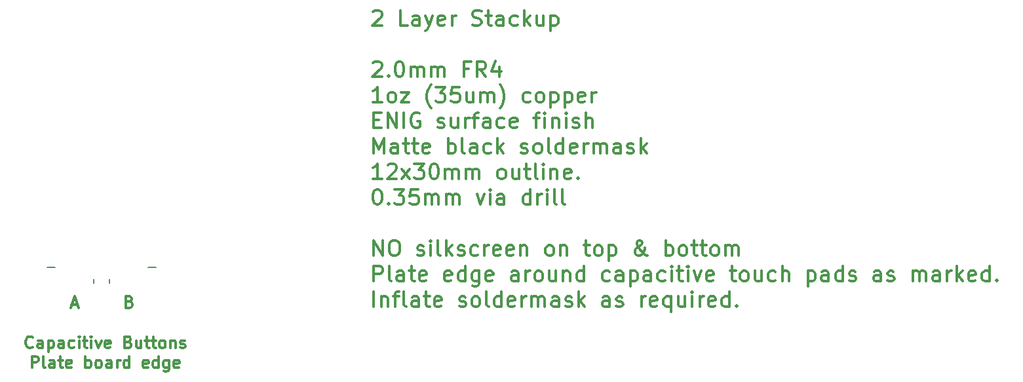
<source format=gbr>
G04 #@! TF.GenerationSoftware,KiCad,Pcbnew,(5.0.1-3-g963ef8bb5)*
G04 #@! TF.CreationDate,2018-11-23T17:34:31+10:30*
G04 #@! TF.ProjectId,electric-greetings,656C6563747269632D6772656574696E,1.0.0*
G04 #@! TF.SameCoordinates,Original*
G04 #@! TF.FileFunction,Other,Comment*
%FSLAX46Y46*%
G04 Gerber Fmt 4.6, Leading zero omitted, Abs format (unit mm)*
G04 Created by KiCad (PCBNEW (5.0.1-3-g963ef8bb5)) date Friday, 23 November 2018 at 05:34:31 pm*
%MOMM*%
%LPD*%
G01*
G04 APERTURE LIST*
%ADD10C,0.200000*%
%ADD11C,0.300000*%
G04 APERTURE END LIST*
D10*
X112000000Y-98500000D02*
X113000000Y-98500000D01*
X107000000Y-100000000D02*
X107000000Y-100500000D01*
X105000000Y-100000000D02*
X105000000Y-100500000D01*
X100000000Y-98500000D02*
X99000000Y-98500000D01*
D11*
X109607142Y-102892857D02*
X109821428Y-102964285D01*
X109892857Y-103035714D01*
X109964285Y-103178571D01*
X109964285Y-103392857D01*
X109892857Y-103535714D01*
X109821428Y-103607142D01*
X109678571Y-103678571D01*
X109107142Y-103678571D01*
X109107142Y-102178571D01*
X109607142Y-102178571D01*
X109750000Y-102250000D01*
X109821428Y-102321428D01*
X109892857Y-102464285D01*
X109892857Y-102607142D01*
X109821428Y-102750000D01*
X109750000Y-102821428D01*
X109607142Y-102892857D01*
X109107142Y-102892857D01*
X102142857Y-103250000D02*
X102857142Y-103250000D01*
X102000000Y-103678571D02*
X102500000Y-102178571D01*
X103000000Y-103678571D01*
X97107142Y-108760714D02*
X97035714Y-108832142D01*
X96821428Y-108903571D01*
X96678571Y-108903571D01*
X96464285Y-108832142D01*
X96321428Y-108689285D01*
X96250000Y-108546428D01*
X96178571Y-108260714D01*
X96178571Y-108046428D01*
X96250000Y-107760714D01*
X96321428Y-107617857D01*
X96464285Y-107475000D01*
X96678571Y-107403571D01*
X96821428Y-107403571D01*
X97035714Y-107475000D01*
X97107142Y-107546428D01*
X98392857Y-108903571D02*
X98392857Y-108117857D01*
X98321428Y-107975000D01*
X98178571Y-107903571D01*
X97892857Y-107903571D01*
X97750000Y-107975000D01*
X98392857Y-108832142D02*
X98250000Y-108903571D01*
X97892857Y-108903571D01*
X97750000Y-108832142D01*
X97678571Y-108689285D01*
X97678571Y-108546428D01*
X97750000Y-108403571D01*
X97892857Y-108332142D01*
X98250000Y-108332142D01*
X98392857Y-108260714D01*
X99107142Y-107903571D02*
X99107142Y-109403571D01*
X99107142Y-107975000D02*
X99250000Y-107903571D01*
X99535714Y-107903571D01*
X99678571Y-107975000D01*
X99750000Y-108046428D01*
X99821428Y-108189285D01*
X99821428Y-108617857D01*
X99750000Y-108760714D01*
X99678571Y-108832142D01*
X99535714Y-108903571D01*
X99250000Y-108903571D01*
X99107142Y-108832142D01*
X101107142Y-108903571D02*
X101107142Y-108117857D01*
X101035714Y-107975000D01*
X100892857Y-107903571D01*
X100607142Y-107903571D01*
X100464285Y-107975000D01*
X101107142Y-108832142D02*
X100964285Y-108903571D01*
X100607142Y-108903571D01*
X100464285Y-108832142D01*
X100392857Y-108689285D01*
X100392857Y-108546428D01*
X100464285Y-108403571D01*
X100607142Y-108332142D01*
X100964285Y-108332142D01*
X101107142Y-108260714D01*
X102464285Y-108832142D02*
X102321428Y-108903571D01*
X102035714Y-108903571D01*
X101892857Y-108832142D01*
X101821428Y-108760714D01*
X101750000Y-108617857D01*
X101750000Y-108189285D01*
X101821428Y-108046428D01*
X101892857Y-107975000D01*
X102035714Y-107903571D01*
X102321428Y-107903571D01*
X102464285Y-107975000D01*
X103107142Y-108903571D02*
X103107142Y-107903571D01*
X103107142Y-107403571D02*
X103035714Y-107475000D01*
X103107142Y-107546428D01*
X103178571Y-107475000D01*
X103107142Y-107403571D01*
X103107142Y-107546428D01*
X103607142Y-107903571D02*
X104178571Y-107903571D01*
X103821428Y-107403571D02*
X103821428Y-108689285D01*
X103892857Y-108832142D01*
X104035714Y-108903571D01*
X104178571Y-108903571D01*
X104678571Y-108903571D02*
X104678571Y-107903571D01*
X104678571Y-107403571D02*
X104607142Y-107475000D01*
X104678571Y-107546428D01*
X104750000Y-107475000D01*
X104678571Y-107403571D01*
X104678571Y-107546428D01*
X105250000Y-107903571D02*
X105607142Y-108903571D01*
X105964285Y-107903571D01*
X107107142Y-108832142D02*
X106964285Y-108903571D01*
X106678571Y-108903571D01*
X106535714Y-108832142D01*
X106464285Y-108689285D01*
X106464285Y-108117857D01*
X106535714Y-107975000D01*
X106678571Y-107903571D01*
X106964285Y-107903571D01*
X107107142Y-107975000D01*
X107178571Y-108117857D01*
X107178571Y-108260714D01*
X106464285Y-108403571D01*
X109464285Y-108117857D02*
X109678571Y-108189285D01*
X109750000Y-108260714D01*
X109821428Y-108403571D01*
X109821428Y-108617857D01*
X109750000Y-108760714D01*
X109678571Y-108832142D01*
X109535714Y-108903571D01*
X108964285Y-108903571D01*
X108964285Y-107403571D01*
X109464285Y-107403571D01*
X109607142Y-107475000D01*
X109678571Y-107546428D01*
X109750000Y-107689285D01*
X109750000Y-107832142D01*
X109678571Y-107975000D01*
X109607142Y-108046428D01*
X109464285Y-108117857D01*
X108964285Y-108117857D01*
X111107142Y-107903571D02*
X111107142Y-108903571D01*
X110464285Y-107903571D02*
X110464285Y-108689285D01*
X110535714Y-108832142D01*
X110678571Y-108903571D01*
X110892857Y-108903571D01*
X111035714Y-108832142D01*
X111107142Y-108760714D01*
X111607142Y-107903571D02*
X112178571Y-107903571D01*
X111821428Y-107403571D02*
X111821428Y-108689285D01*
X111892857Y-108832142D01*
X112035714Y-108903571D01*
X112178571Y-108903571D01*
X112464285Y-107903571D02*
X113035714Y-107903571D01*
X112678571Y-107403571D02*
X112678571Y-108689285D01*
X112750000Y-108832142D01*
X112892857Y-108903571D01*
X113035714Y-108903571D01*
X113750000Y-108903571D02*
X113607142Y-108832142D01*
X113535714Y-108760714D01*
X113464285Y-108617857D01*
X113464285Y-108189285D01*
X113535714Y-108046428D01*
X113607142Y-107975000D01*
X113750000Y-107903571D01*
X113964285Y-107903571D01*
X114107142Y-107975000D01*
X114178571Y-108046428D01*
X114250000Y-108189285D01*
X114250000Y-108617857D01*
X114178571Y-108760714D01*
X114107142Y-108832142D01*
X113964285Y-108903571D01*
X113750000Y-108903571D01*
X114892857Y-107903571D02*
X114892857Y-108903571D01*
X114892857Y-108046428D02*
X114964285Y-107975000D01*
X115107142Y-107903571D01*
X115321428Y-107903571D01*
X115464285Y-107975000D01*
X115535714Y-108117857D01*
X115535714Y-108903571D01*
X116178571Y-108832142D02*
X116321428Y-108903571D01*
X116607142Y-108903571D01*
X116750000Y-108832142D01*
X116821428Y-108689285D01*
X116821428Y-108617857D01*
X116750000Y-108475000D01*
X116607142Y-108403571D01*
X116392857Y-108403571D01*
X116250000Y-108332142D01*
X116178571Y-108189285D01*
X116178571Y-108117857D01*
X116250000Y-107975000D01*
X116392857Y-107903571D01*
X116607142Y-107903571D01*
X116750000Y-107975000D01*
X96999999Y-111453571D02*
X96999999Y-109953571D01*
X97571428Y-109953571D01*
X97714285Y-110025000D01*
X97785714Y-110096428D01*
X97857142Y-110239285D01*
X97857142Y-110453571D01*
X97785714Y-110596428D01*
X97714285Y-110667857D01*
X97571428Y-110739285D01*
X96999999Y-110739285D01*
X98714285Y-111453571D02*
X98571428Y-111382142D01*
X98499999Y-111239285D01*
X98499999Y-109953571D01*
X99928571Y-111453571D02*
X99928571Y-110667857D01*
X99857142Y-110525000D01*
X99714285Y-110453571D01*
X99428571Y-110453571D01*
X99285714Y-110525000D01*
X99928571Y-111382142D02*
X99785714Y-111453571D01*
X99428571Y-111453571D01*
X99285714Y-111382142D01*
X99214285Y-111239285D01*
X99214285Y-111096428D01*
X99285714Y-110953571D01*
X99428571Y-110882142D01*
X99785714Y-110882142D01*
X99928571Y-110810714D01*
X100428571Y-110453571D02*
X100999999Y-110453571D01*
X100642857Y-109953571D02*
X100642857Y-111239285D01*
X100714285Y-111382142D01*
X100857142Y-111453571D01*
X100999999Y-111453571D01*
X102071428Y-111382142D02*
X101928571Y-111453571D01*
X101642857Y-111453571D01*
X101499999Y-111382142D01*
X101428571Y-111239285D01*
X101428571Y-110667857D01*
X101499999Y-110525000D01*
X101642857Y-110453571D01*
X101928571Y-110453571D01*
X102071428Y-110525000D01*
X102142857Y-110667857D01*
X102142857Y-110810714D01*
X101428571Y-110953571D01*
X103928571Y-111453571D02*
X103928571Y-109953571D01*
X103928571Y-110525000D02*
X104071428Y-110453571D01*
X104357142Y-110453571D01*
X104499999Y-110525000D01*
X104571428Y-110596428D01*
X104642857Y-110739285D01*
X104642857Y-111167857D01*
X104571428Y-111310714D01*
X104499999Y-111382142D01*
X104357142Y-111453571D01*
X104071428Y-111453571D01*
X103928571Y-111382142D01*
X105499999Y-111453571D02*
X105357142Y-111382142D01*
X105285714Y-111310714D01*
X105214285Y-111167857D01*
X105214285Y-110739285D01*
X105285714Y-110596428D01*
X105357142Y-110525000D01*
X105499999Y-110453571D01*
X105714285Y-110453571D01*
X105857142Y-110525000D01*
X105928571Y-110596428D01*
X105999999Y-110739285D01*
X105999999Y-111167857D01*
X105928571Y-111310714D01*
X105857142Y-111382142D01*
X105714285Y-111453571D01*
X105499999Y-111453571D01*
X107285714Y-111453571D02*
X107285714Y-110667857D01*
X107214285Y-110525000D01*
X107071428Y-110453571D01*
X106785714Y-110453571D01*
X106642857Y-110525000D01*
X107285714Y-111382142D02*
X107142857Y-111453571D01*
X106785714Y-111453571D01*
X106642857Y-111382142D01*
X106571428Y-111239285D01*
X106571428Y-111096428D01*
X106642857Y-110953571D01*
X106785714Y-110882142D01*
X107142857Y-110882142D01*
X107285714Y-110810714D01*
X107999999Y-111453571D02*
X107999999Y-110453571D01*
X107999999Y-110739285D02*
X108071428Y-110596428D01*
X108142857Y-110525000D01*
X108285714Y-110453571D01*
X108428571Y-110453571D01*
X109571428Y-111453571D02*
X109571428Y-109953571D01*
X109571428Y-111382142D02*
X109428571Y-111453571D01*
X109142857Y-111453571D01*
X108999999Y-111382142D01*
X108928571Y-111310714D01*
X108857142Y-111167857D01*
X108857142Y-110739285D01*
X108928571Y-110596428D01*
X108999999Y-110525000D01*
X109142857Y-110453571D01*
X109428571Y-110453571D01*
X109571428Y-110525000D01*
X111999999Y-111382142D02*
X111857142Y-111453571D01*
X111571428Y-111453571D01*
X111428571Y-111382142D01*
X111357142Y-111239285D01*
X111357142Y-110667857D01*
X111428571Y-110525000D01*
X111571428Y-110453571D01*
X111857142Y-110453571D01*
X111999999Y-110525000D01*
X112071428Y-110667857D01*
X112071428Y-110810714D01*
X111357142Y-110953571D01*
X113357142Y-111453571D02*
X113357142Y-109953571D01*
X113357142Y-111382142D02*
X113214285Y-111453571D01*
X112928571Y-111453571D01*
X112785714Y-111382142D01*
X112714285Y-111310714D01*
X112642857Y-111167857D01*
X112642857Y-110739285D01*
X112714285Y-110596428D01*
X112785714Y-110525000D01*
X112928571Y-110453571D01*
X113214285Y-110453571D01*
X113357142Y-110525000D01*
X114714285Y-110453571D02*
X114714285Y-111667857D01*
X114642857Y-111810714D01*
X114571428Y-111882142D01*
X114428571Y-111953571D01*
X114214285Y-111953571D01*
X114071428Y-111882142D01*
X114714285Y-111382142D02*
X114571428Y-111453571D01*
X114285714Y-111453571D01*
X114142857Y-111382142D01*
X114071428Y-111310714D01*
X113999999Y-111167857D01*
X113999999Y-110739285D01*
X114071428Y-110596428D01*
X114142857Y-110525000D01*
X114285714Y-110453571D01*
X114571428Y-110453571D01*
X114714285Y-110525000D01*
X115999999Y-111382142D02*
X115857142Y-111453571D01*
X115571428Y-111453571D01*
X115428571Y-111382142D01*
X115357142Y-111239285D01*
X115357142Y-110667857D01*
X115428571Y-110525000D01*
X115571428Y-110453571D01*
X115857142Y-110453571D01*
X115999999Y-110525000D01*
X116071428Y-110667857D01*
X116071428Y-110810714D01*
X115357142Y-110953571D01*
X141075952Y-65445238D02*
X141171190Y-65350000D01*
X141361666Y-65254761D01*
X141837857Y-65254761D01*
X142028333Y-65350000D01*
X142123571Y-65445238D01*
X142218809Y-65635714D01*
X142218809Y-65826190D01*
X142123571Y-66111904D01*
X140980714Y-67254761D01*
X142218809Y-67254761D01*
X145552142Y-67254761D02*
X144599761Y-67254761D01*
X144599761Y-65254761D01*
X147075952Y-67254761D02*
X147075952Y-66207142D01*
X146980714Y-66016666D01*
X146790238Y-65921428D01*
X146409285Y-65921428D01*
X146218809Y-66016666D01*
X147075952Y-67159523D02*
X146885476Y-67254761D01*
X146409285Y-67254761D01*
X146218809Y-67159523D01*
X146123571Y-66969047D01*
X146123571Y-66778571D01*
X146218809Y-66588095D01*
X146409285Y-66492857D01*
X146885476Y-66492857D01*
X147075952Y-66397619D01*
X147837857Y-65921428D02*
X148314047Y-67254761D01*
X148790238Y-65921428D02*
X148314047Y-67254761D01*
X148123571Y-67730952D01*
X148028333Y-67826190D01*
X147837857Y-67921428D01*
X150314047Y-67159523D02*
X150123571Y-67254761D01*
X149742619Y-67254761D01*
X149552142Y-67159523D01*
X149456904Y-66969047D01*
X149456904Y-66207142D01*
X149552142Y-66016666D01*
X149742619Y-65921428D01*
X150123571Y-65921428D01*
X150314047Y-66016666D01*
X150409285Y-66207142D01*
X150409285Y-66397619D01*
X149456904Y-66588095D01*
X151266428Y-67254761D02*
X151266428Y-65921428D01*
X151266428Y-66302380D02*
X151361666Y-66111904D01*
X151456904Y-66016666D01*
X151647380Y-65921428D01*
X151837857Y-65921428D01*
X153933095Y-67159523D02*
X154218809Y-67254761D01*
X154695000Y-67254761D01*
X154885476Y-67159523D01*
X154980714Y-67064285D01*
X155075952Y-66873809D01*
X155075952Y-66683333D01*
X154980714Y-66492857D01*
X154885476Y-66397619D01*
X154695000Y-66302380D01*
X154314047Y-66207142D01*
X154123571Y-66111904D01*
X154028333Y-66016666D01*
X153933095Y-65826190D01*
X153933095Y-65635714D01*
X154028333Y-65445238D01*
X154123571Y-65350000D01*
X154314047Y-65254761D01*
X154790238Y-65254761D01*
X155075952Y-65350000D01*
X155647380Y-65921428D02*
X156409285Y-65921428D01*
X155933095Y-65254761D02*
X155933095Y-66969047D01*
X156028333Y-67159523D01*
X156218809Y-67254761D01*
X156409285Y-67254761D01*
X157933095Y-67254761D02*
X157933095Y-66207142D01*
X157837857Y-66016666D01*
X157647380Y-65921428D01*
X157266428Y-65921428D01*
X157075952Y-66016666D01*
X157933095Y-67159523D02*
X157742619Y-67254761D01*
X157266428Y-67254761D01*
X157075952Y-67159523D01*
X156980714Y-66969047D01*
X156980714Y-66778571D01*
X157075952Y-66588095D01*
X157266428Y-66492857D01*
X157742619Y-66492857D01*
X157933095Y-66397619D01*
X159742619Y-67159523D02*
X159552142Y-67254761D01*
X159171190Y-67254761D01*
X158980714Y-67159523D01*
X158885476Y-67064285D01*
X158790238Y-66873809D01*
X158790238Y-66302380D01*
X158885476Y-66111904D01*
X158980714Y-66016666D01*
X159171190Y-65921428D01*
X159552142Y-65921428D01*
X159742619Y-66016666D01*
X160599761Y-67254761D02*
X160599761Y-65254761D01*
X160790238Y-66492857D02*
X161361666Y-67254761D01*
X161361666Y-65921428D02*
X160599761Y-66683333D01*
X163075952Y-65921428D02*
X163075952Y-67254761D01*
X162218809Y-65921428D02*
X162218809Y-66969047D01*
X162314047Y-67159523D01*
X162504523Y-67254761D01*
X162790238Y-67254761D01*
X162980714Y-67159523D01*
X163075952Y-67064285D01*
X164028333Y-65921428D02*
X164028333Y-67921428D01*
X164028333Y-66016666D02*
X164218809Y-65921428D01*
X164599761Y-65921428D01*
X164790238Y-66016666D01*
X164885476Y-66111904D01*
X164980714Y-66302380D01*
X164980714Y-66873809D01*
X164885476Y-67064285D01*
X164790238Y-67159523D01*
X164599761Y-67254761D01*
X164218809Y-67254761D01*
X164028333Y-67159523D01*
X141075952Y-72045238D02*
X141171190Y-71950000D01*
X141361666Y-71854761D01*
X141837857Y-71854761D01*
X142028333Y-71950000D01*
X142123571Y-72045238D01*
X142218809Y-72235714D01*
X142218809Y-72426190D01*
X142123571Y-72711904D01*
X140980714Y-73854761D01*
X142218809Y-73854761D01*
X143075952Y-73664285D02*
X143171190Y-73759523D01*
X143075952Y-73854761D01*
X142980714Y-73759523D01*
X143075952Y-73664285D01*
X143075952Y-73854761D01*
X144409285Y-71854761D02*
X144599761Y-71854761D01*
X144790238Y-71950000D01*
X144885476Y-72045238D01*
X144980714Y-72235714D01*
X145075952Y-72616666D01*
X145075952Y-73092857D01*
X144980714Y-73473809D01*
X144885476Y-73664285D01*
X144790238Y-73759523D01*
X144599761Y-73854761D01*
X144409285Y-73854761D01*
X144218809Y-73759523D01*
X144123571Y-73664285D01*
X144028333Y-73473809D01*
X143933095Y-73092857D01*
X143933095Y-72616666D01*
X144028333Y-72235714D01*
X144123571Y-72045238D01*
X144218809Y-71950000D01*
X144409285Y-71854761D01*
X145933095Y-73854761D02*
X145933095Y-72521428D01*
X145933095Y-72711904D02*
X146028333Y-72616666D01*
X146218809Y-72521428D01*
X146504523Y-72521428D01*
X146695000Y-72616666D01*
X146790238Y-72807142D01*
X146790238Y-73854761D01*
X146790238Y-72807142D02*
X146885476Y-72616666D01*
X147075952Y-72521428D01*
X147361666Y-72521428D01*
X147552142Y-72616666D01*
X147647380Y-72807142D01*
X147647380Y-73854761D01*
X148599761Y-73854761D02*
X148599761Y-72521428D01*
X148599761Y-72711904D02*
X148695000Y-72616666D01*
X148885476Y-72521428D01*
X149171190Y-72521428D01*
X149361666Y-72616666D01*
X149456904Y-72807142D01*
X149456904Y-73854761D01*
X149456904Y-72807142D02*
X149552142Y-72616666D01*
X149742619Y-72521428D01*
X150028333Y-72521428D01*
X150218809Y-72616666D01*
X150314047Y-72807142D01*
X150314047Y-73854761D01*
X153456904Y-72807142D02*
X152790238Y-72807142D01*
X152790238Y-73854761D02*
X152790238Y-71854761D01*
X153742619Y-71854761D01*
X155647380Y-73854761D02*
X154980714Y-72902380D01*
X154504523Y-73854761D02*
X154504523Y-71854761D01*
X155266428Y-71854761D01*
X155456904Y-71950000D01*
X155552142Y-72045238D01*
X155647380Y-72235714D01*
X155647380Y-72521428D01*
X155552142Y-72711904D01*
X155456904Y-72807142D01*
X155266428Y-72902380D01*
X154504523Y-72902380D01*
X157361666Y-72521428D02*
X157361666Y-73854761D01*
X156885476Y-71759523D02*
X156409285Y-73188095D01*
X157647380Y-73188095D01*
X142218809Y-77154761D02*
X141075952Y-77154761D01*
X141647380Y-77154761D02*
X141647380Y-75154761D01*
X141456904Y-75440476D01*
X141266428Y-75630952D01*
X141075952Y-75726190D01*
X143361666Y-77154761D02*
X143171190Y-77059523D01*
X143075952Y-76964285D01*
X142980714Y-76773809D01*
X142980714Y-76202380D01*
X143075952Y-76011904D01*
X143171190Y-75916666D01*
X143361666Y-75821428D01*
X143647380Y-75821428D01*
X143837857Y-75916666D01*
X143933095Y-76011904D01*
X144028333Y-76202380D01*
X144028333Y-76773809D01*
X143933095Y-76964285D01*
X143837857Y-77059523D01*
X143647380Y-77154761D01*
X143361666Y-77154761D01*
X144695000Y-75821428D02*
X145742619Y-75821428D01*
X144695000Y-77154761D01*
X145742619Y-77154761D01*
X148599761Y-77916666D02*
X148504523Y-77821428D01*
X148314047Y-77535714D01*
X148218809Y-77345238D01*
X148123571Y-77059523D01*
X148028333Y-76583333D01*
X148028333Y-76202380D01*
X148123571Y-75726190D01*
X148218809Y-75440476D01*
X148314047Y-75250000D01*
X148504523Y-74964285D01*
X148599761Y-74869047D01*
X149171190Y-75154761D02*
X150409285Y-75154761D01*
X149742619Y-75916666D01*
X150028333Y-75916666D01*
X150218809Y-76011904D01*
X150314047Y-76107142D01*
X150409285Y-76297619D01*
X150409285Y-76773809D01*
X150314047Y-76964285D01*
X150218809Y-77059523D01*
X150028333Y-77154761D01*
X149456904Y-77154761D01*
X149266428Y-77059523D01*
X149171190Y-76964285D01*
X152218809Y-75154761D02*
X151266428Y-75154761D01*
X151171190Y-76107142D01*
X151266428Y-76011904D01*
X151456904Y-75916666D01*
X151933095Y-75916666D01*
X152123571Y-76011904D01*
X152218809Y-76107142D01*
X152314047Y-76297619D01*
X152314047Y-76773809D01*
X152218809Y-76964285D01*
X152123571Y-77059523D01*
X151933095Y-77154761D01*
X151456904Y-77154761D01*
X151266428Y-77059523D01*
X151171190Y-76964285D01*
X154028333Y-75821428D02*
X154028333Y-77154761D01*
X153171190Y-75821428D02*
X153171190Y-76869047D01*
X153266428Y-77059523D01*
X153456904Y-77154761D01*
X153742619Y-77154761D01*
X153933095Y-77059523D01*
X154028333Y-76964285D01*
X154980714Y-77154761D02*
X154980714Y-75821428D01*
X154980714Y-76011904D02*
X155075952Y-75916666D01*
X155266428Y-75821428D01*
X155552142Y-75821428D01*
X155742619Y-75916666D01*
X155837857Y-76107142D01*
X155837857Y-77154761D01*
X155837857Y-76107142D02*
X155933095Y-75916666D01*
X156123571Y-75821428D01*
X156409285Y-75821428D01*
X156599761Y-75916666D01*
X156695000Y-76107142D01*
X156695000Y-77154761D01*
X157456904Y-77916666D02*
X157552142Y-77821428D01*
X157742619Y-77535714D01*
X157837857Y-77345238D01*
X157933095Y-77059523D01*
X158028333Y-76583333D01*
X158028333Y-76202380D01*
X157933095Y-75726190D01*
X157837857Y-75440476D01*
X157742619Y-75250000D01*
X157552142Y-74964285D01*
X157456904Y-74869047D01*
X161361666Y-77059523D02*
X161171190Y-77154761D01*
X160790238Y-77154761D01*
X160599761Y-77059523D01*
X160504523Y-76964285D01*
X160409285Y-76773809D01*
X160409285Y-76202380D01*
X160504523Y-76011904D01*
X160599761Y-75916666D01*
X160790238Y-75821428D01*
X161171190Y-75821428D01*
X161361666Y-75916666D01*
X162504523Y-77154761D02*
X162314047Y-77059523D01*
X162218809Y-76964285D01*
X162123571Y-76773809D01*
X162123571Y-76202380D01*
X162218809Y-76011904D01*
X162314047Y-75916666D01*
X162504523Y-75821428D01*
X162790238Y-75821428D01*
X162980714Y-75916666D01*
X163075952Y-76011904D01*
X163171190Y-76202380D01*
X163171190Y-76773809D01*
X163075952Y-76964285D01*
X162980714Y-77059523D01*
X162790238Y-77154761D01*
X162504523Y-77154761D01*
X164028333Y-75821428D02*
X164028333Y-77821428D01*
X164028333Y-75916666D02*
X164218809Y-75821428D01*
X164599761Y-75821428D01*
X164790238Y-75916666D01*
X164885476Y-76011904D01*
X164980714Y-76202380D01*
X164980714Y-76773809D01*
X164885476Y-76964285D01*
X164790238Y-77059523D01*
X164599761Y-77154761D01*
X164218809Y-77154761D01*
X164028333Y-77059523D01*
X165837857Y-75821428D02*
X165837857Y-77821428D01*
X165837857Y-75916666D02*
X166028333Y-75821428D01*
X166409285Y-75821428D01*
X166599761Y-75916666D01*
X166695000Y-76011904D01*
X166790238Y-76202380D01*
X166790238Y-76773809D01*
X166695000Y-76964285D01*
X166599761Y-77059523D01*
X166409285Y-77154761D01*
X166028333Y-77154761D01*
X165837857Y-77059523D01*
X168409285Y-77059523D02*
X168218809Y-77154761D01*
X167837857Y-77154761D01*
X167647380Y-77059523D01*
X167552142Y-76869047D01*
X167552142Y-76107142D01*
X167647380Y-75916666D01*
X167837857Y-75821428D01*
X168218809Y-75821428D01*
X168409285Y-75916666D01*
X168504523Y-76107142D01*
X168504523Y-76297619D01*
X167552142Y-76488095D01*
X169361666Y-77154761D02*
X169361666Y-75821428D01*
X169361666Y-76202380D02*
X169456904Y-76011904D01*
X169552142Y-75916666D01*
X169742619Y-75821428D01*
X169933095Y-75821428D01*
X141171190Y-79407142D02*
X141837857Y-79407142D01*
X142123571Y-80454761D02*
X141171190Y-80454761D01*
X141171190Y-78454761D01*
X142123571Y-78454761D01*
X142980714Y-80454761D02*
X142980714Y-78454761D01*
X144123571Y-80454761D01*
X144123571Y-78454761D01*
X145075952Y-80454761D02*
X145075952Y-78454761D01*
X147075952Y-78550000D02*
X146885476Y-78454761D01*
X146599761Y-78454761D01*
X146314047Y-78550000D01*
X146123571Y-78740476D01*
X146028333Y-78930952D01*
X145933095Y-79311904D01*
X145933095Y-79597619D01*
X146028333Y-79978571D01*
X146123571Y-80169047D01*
X146314047Y-80359523D01*
X146599761Y-80454761D01*
X146790238Y-80454761D01*
X147075952Y-80359523D01*
X147171190Y-80264285D01*
X147171190Y-79597619D01*
X146790238Y-79597619D01*
X149456904Y-80359523D02*
X149647380Y-80454761D01*
X150028333Y-80454761D01*
X150218809Y-80359523D01*
X150314047Y-80169047D01*
X150314047Y-80073809D01*
X150218809Y-79883333D01*
X150028333Y-79788095D01*
X149742619Y-79788095D01*
X149552142Y-79692857D01*
X149456904Y-79502380D01*
X149456904Y-79407142D01*
X149552142Y-79216666D01*
X149742619Y-79121428D01*
X150028333Y-79121428D01*
X150218809Y-79216666D01*
X152028333Y-79121428D02*
X152028333Y-80454761D01*
X151171190Y-79121428D02*
X151171190Y-80169047D01*
X151266428Y-80359523D01*
X151456904Y-80454761D01*
X151742619Y-80454761D01*
X151933095Y-80359523D01*
X152028333Y-80264285D01*
X152980714Y-80454761D02*
X152980714Y-79121428D01*
X152980714Y-79502380D02*
X153075952Y-79311904D01*
X153171190Y-79216666D01*
X153361666Y-79121428D01*
X153552142Y-79121428D01*
X153933095Y-79121428D02*
X154695000Y-79121428D01*
X154218809Y-80454761D02*
X154218809Y-78740476D01*
X154314047Y-78550000D01*
X154504523Y-78454761D01*
X154695000Y-78454761D01*
X156218809Y-80454761D02*
X156218809Y-79407142D01*
X156123571Y-79216666D01*
X155933095Y-79121428D01*
X155552142Y-79121428D01*
X155361666Y-79216666D01*
X156218809Y-80359523D02*
X156028333Y-80454761D01*
X155552142Y-80454761D01*
X155361666Y-80359523D01*
X155266428Y-80169047D01*
X155266428Y-79978571D01*
X155361666Y-79788095D01*
X155552142Y-79692857D01*
X156028333Y-79692857D01*
X156218809Y-79597619D01*
X158028333Y-80359523D02*
X157837857Y-80454761D01*
X157456904Y-80454761D01*
X157266428Y-80359523D01*
X157171190Y-80264285D01*
X157075952Y-80073809D01*
X157075952Y-79502380D01*
X157171190Y-79311904D01*
X157266428Y-79216666D01*
X157456904Y-79121428D01*
X157837857Y-79121428D01*
X158028333Y-79216666D01*
X159647380Y-80359523D02*
X159456904Y-80454761D01*
X159075952Y-80454761D01*
X158885476Y-80359523D01*
X158790238Y-80169047D01*
X158790238Y-79407142D01*
X158885476Y-79216666D01*
X159075952Y-79121428D01*
X159456904Y-79121428D01*
X159647380Y-79216666D01*
X159742619Y-79407142D01*
X159742619Y-79597619D01*
X158790238Y-79788095D01*
X161837857Y-79121428D02*
X162599761Y-79121428D01*
X162123571Y-80454761D02*
X162123571Y-78740476D01*
X162218809Y-78550000D01*
X162409285Y-78454761D01*
X162599761Y-78454761D01*
X163266428Y-80454761D02*
X163266428Y-79121428D01*
X163266428Y-78454761D02*
X163171190Y-78550000D01*
X163266428Y-78645238D01*
X163361666Y-78550000D01*
X163266428Y-78454761D01*
X163266428Y-78645238D01*
X164218809Y-79121428D02*
X164218809Y-80454761D01*
X164218809Y-79311904D02*
X164314047Y-79216666D01*
X164504523Y-79121428D01*
X164790238Y-79121428D01*
X164980714Y-79216666D01*
X165075952Y-79407142D01*
X165075952Y-80454761D01*
X166028333Y-80454761D02*
X166028333Y-79121428D01*
X166028333Y-78454761D02*
X165933095Y-78550000D01*
X166028333Y-78645238D01*
X166123571Y-78550000D01*
X166028333Y-78454761D01*
X166028333Y-78645238D01*
X166885476Y-80359523D02*
X167075952Y-80454761D01*
X167456904Y-80454761D01*
X167647380Y-80359523D01*
X167742619Y-80169047D01*
X167742619Y-80073809D01*
X167647380Y-79883333D01*
X167456904Y-79788095D01*
X167171190Y-79788095D01*
X166980714Y-79692857D01*
X166885476Y-79502380D01*
X166885476Y-79407142D01*
X166980714Y-79216666D01*
X167171190Y-79121428D01*
X167456904Y-79121428D01*
X167647380Y-79216666D01*
X168599761Y-80454761D02*
X168599761Y-78454761D01*
X169456904Y-80454761D02*
X169456904Y-79407142D01*
X169361666Y-79216666D01*
X169171190Y-79121428D01*
X168885476Y-79121428D01*
X168695000Y-79216666D01*
X168599761Y-79311904D01*
X141171190Y-83754761D02*
X141171190Y-81754761D01*
X141837857Y-83183333D01*
X142504523Y-81754761D01*
X142504523Y-83754761D01*
X144314047Y-83754761D02*
X144314047Y-82707142D01*
X144218809Y-82516666D01*
X144028333Y-82421428D01*
X143647380Y-82421428D01*
X143456904Y-82516666D01*
X144314047Y-83659523D02*
X144123571Y-83754761D01*
X143647380Y-83754761D01*
X143456904Y-83659523D01*
X143361666Y-83469047D01*
X143361666Y-83278571D01*
X143456904Y-83088095D01*
X143647380Y-82992857D01*
X144123571Y-82992857D01*
X144314047Y-82897619D01*
X144980714Y-82421428D02*
X145742619Y-82421428D01*
X145266428Y-81754761D02*
X145266428Y-83469047D01*
X145361666Y-83659523D01*
X145552142Y-83754761D01*
X145742619Y-83754761D01*
X146123571Y-82421428D02*
X146885476Y-82421428D01*
X146409285Y-81754761D02*
X146409285Y-83469047D01*
X146504523Y-83659523D01*
X146695000Y-83754761D01*
X146885476Y-83754761D01*
X148314047Y-83659523D02*
X148123571Y-83754761D01*
X147742619Y-83754761D01*
X147552142Y-83659523D01*
X147456904Y-83469047D01*
X147456904Y-82707142D01*
X147552142Y-82516666D01*
X147742619Y-82421428D01*
X148123571Y-82421428D01*
X148314047Y-82516666D01*
X148409285Y-82707142D01*
X148409285Y-82897619D01*
X147456904Y-83088095D01*
X150790238Y-83754761D02*
X150790238Y-81754761D01*
X150790238Y-82516666D02*
X150980714Y-82421428D01*
X151361666Y-82421428D01*
X151552142Y-82516666D01*
X151647380Y-82611904D01*
X151742619Y-82802380D01*
X151742619Y-83373809D01*
X151647380Y-83564285D01*
X151552142Y-83659523D01*
X151361666Y-83754761D01*
X150980714Y-83754761D01*
X150790238Y-83659523D01*
X152885476Y-83754761D02*
X152695000Y-83659523D01*
X152599761Y-83469047D01*
X152599761Y-81754761D01*
X154504523Y-83754761D02*
X154504523Y-82707142D01*
X154409285Y-82516666D01*
X154218809Y-82421428D01*
X153837857Y-82421428D01*
X153647380Y-82516666D01*
X154504523Y-83659523D02*
X154314047Y-83754761D01*
X153837857Y-83754761D01*
X153647380Y-83659523D01*
X153552142Y-83469047D01*
X153552142Y-83278571D01*
X153647380Y-83088095D01*
X153837857Y-82992857D01*
X154314047Y-82992857D01*
X154504523Y-82897619D01*
X156314047Y-83659523D02*
X156123571Y-83754761D01*
X155742619Y-83754761D01*
X155552142Y-83659523D01*
X155456904Y-83564285D01*
X155361666Y-83373809D01*
X155361666Y-82802380D01*
X155456904Y-82611904D01*
X155552142Y-82516666D01*
X155742619Y-82421428D01*
X156123571Y-82421428D01*
X156314047Y-82516666D01*
X157171190Y-83754761D02*
X157171190Y-81754761D01*
X157361666Y-82992857D02*
X157933095Y-83754761D01*
X157933095Y-82421428D02*
X157171190Y-83183333D01*
X160218809Y-83659523D02*
X160409285Y-83754761D01*
X160790238Y-83754761D01*
X160980714Y-83659523D01*
X161075952Y-83469047D01*
X161075952Y-83373809D01*
X160980714Y-83183333D01*
X160790238Y-83088095D01*
X160504523Y-83088095D01*
X160314047Y-82992857D01*
X160218809Y-82802380D01*
X160218809Y-82707142D01*
X160314047Y-82516666D01*
X160504523Y-82421428D01*
X160790238Y-82421428D01*
X160980714Y-82516666D01*
X162218809Y-83754761D02*
X162028333Y-83659523D01*
X161933095Y-83564285D01*
X161837857Y-83373809D01*
X161837857Y-82802380D01*
X161933095Y-82611904D01*
X162028333Y-82516666D01*
X162218809Y-82421428D01*
X162504523Y-82421428D01*
X162695000Y-82516666D01*
X162790238Y-82611904D01*
X162885476Y-82802380D01*
X162885476Y-83373809D01*
X162790238Y-83564285D01*
X162695000Y-83659523D01*
X162504523Y-83754761D01*
X162218809Y-83754761D01*
X164028333Y-83754761D02*
X163837857Y-83659523D01*
X163742619Y-83469047D01*
X163742619Y-81754761D01*
X165647380Y-83754761D02*
X165647380Y-81754761D01*
X165647380Y-83659523D02*
X165456904Y-83754761D01*
X165075952Y-83754761D01*
X164885476Y-83659523D01*
X164790238Y-83564285D01*
X164695000Y-83373809D01*
X164695000Y-82802380D01*
X164790238Y-82611904D01*
X164885476Y-82516666D01*
X165075952Y-82421428D01*
X165456904Y-82421428D01*
X165647380Y-82516666D01*
X167361666Y-83659523D02*
X167171190Y-83754761D01*
X166790238Y-83754761D01*
X166599761Y-83659523D01*
X166504523Y-83469047D01*
X166504523Y-82707142D01*
X166599761Y-82516666D01*
X166790238Y-82421428D01*
X167171190Y-82421428D01*
X167361666Y-82516666D01*
X167456904Y-82707142D01*
X167456904Y-82897619D01*
X166504523Y-83088095D01*
X168314047Y-83754761D02*
X168314047Y-82421428D01*
X168314047Y-82802380D02*
X168409285Y-82611904D01*
X168504523Y-82516666D01*
X168695000Y-82421428D01*
X168885476Y-82421428D01*
X169552142Y-83754761D02*
X169552142Y-82421428D01*
X169552142Y-82611904D02*
X169647380Y-82516666D01*
X169837857Y-82421428D01*
X170123571Y-82421428D01*
X170314047Y-82516666D01*
X170409285Y-82707142D01*
X170409285Y-83754761D01*
X170409285Y-82707142D02*
X170504523Y-82516666D01*
X170695000Y-82421428D01*
X170980714Y-82421428D01*
X171171190Y-82516666D01*
X171266428Y-82707142D01*
X171266428Y-83754761D01*
X173075952Y-83754761D02*
X173075952Y-82707142D01*
X172980714Y-82516666D01*
X172790238Y-82421428D01*
X172409285Y-82421428D01*
X172218809Y-82516666D01*
X173075952Y-83659523D02*
X172885476Y-83754761D01*
X172409285Y-83754761D01*
X172218809Y-83659523D01*
X172123571Y-83469047D01*
X172123571Y-83278571D01*
X172218809Y-83088095D01*
X172409285Y-82992857D01*
X172885476Y-82992857D01*
X173075952Y-82897619D01*
X173933095Y-83659523D02*
X174123571Y-83754761D01*
X174504523Y-83754761D01*
X174695000Y-83659523D01*
X174790238Y-83469047D01*
X174790238Y-83373809D01*
X174695000Y-83183333D01*
X174504523Y-83088095D01*
X174218809Y-83088095D01*
X174028333Y-82992857D01*
X173933095Y-82802380D01*
X173933095Y-82707142D01*
X174028333Y-82516666D01*
X174218809Y-82421428D01*
X174504523Y-82421428D01*
X174695000Y-82516666D01*
X175647380Y-83754761D02*
X175647380Y-81754761D01*
X175837857Y-82992857D02*
X176409285Y-83754761D01*
X176409285Y-82421428D02*
X175647380Y-83183333D01*
X142218809Y-87054761D02*
X141075952Y-87054761D01*
X141647380Y-87054761D02*
X141647380Y-85054761D01*
X141456904Y-85340476D01*
X141266428Y-85530952D01*
X141075952Y-85626190D01*
X142980714Y-85245238D02*
X143075952Y-85150000D01*
X143266428Y-85054761D01*
X143742619Y-85054761D01*
X143933095Y-85150000D01*
X144028333Y-85245238D01*
X144123571Y-85435714D01*
X144123571Y-85626190D01*
X144028333Y-85911904D01*
X142885476Y-87054761D01*
X144123571Y-87054761D01*
X144790238Y-87054761D02*
X145837857Y-85721428D01*
X144790238Y-85721428D02*
X145837857Y-87054761D01*
X146409285Y-85054761D02*
X147647380Y-85054761D01*
X146980714Y-85816666D01*
X147266428Y-85816666D01*
X147456904Y-85911904D01*
X147552142Y-86007142D01*
X147647380Y-86197619D01*
X147647380Y-86673809D01*
X147552142Y-86864285D01*
X147456904Y-86959523D01*
X147266428Y-87054761D01*
X146695000Y-87054761D01*
X146504523Y-86959523D01*
X146409285Y-86864285D01*
X148885476Y-85054761D02*
X149075952Y-85054761D01*
X149266428Y-85150000D01*
X149361666Y-85245238D01*
X149456904Y-85435714D01*
X149552142Y-85816666D01*
X149552142Y-86292857D01*
X149456904Y-86673809D01*
X149361666Y-86864285D01*
X149266428Y-86959523D01*
X149075952Y-87054761D01*
X148885476Y-87054761D01*
X148695000Y-86959523D01*
X148599761Y-86864285D01*
X148504523Y-86673809D01*
X148409285Y-86292857D01*
X148409285Y-85816666D01*
X148504523Y-85435714D01*
X148599761Y-85245238D01*
X148695000Y-85150000D01*
X148885476Y-85054761D01*
X150409285Y-87054761D02*
X150409285Y-85721428D01*
X150409285Y-85911904D02*
X150504523Y-85816666D01*
X150695000Y-85721428D01*
X150980714Y-85721428D01*
X151171190Y-85816666D01*
X151266428Y-86007142D01*
X151266428Y-87054761D01*
X151266428Y-86007142D02*
X151361666Y-85816666D01*
X151552142Y-85721428D01*
X151837857Y-85721428D01*
X152028333Y-85816666D01*
X152123571Y-86007142D01*
X152123571Y-87054761D01*
X153075952Y-87054761D02*
X153075952Y-85721428D01*
X153075952Y-85911904D02*
X153171190Y-85816666D01*
X153361666Y-85721428D01*
X153647380Y-85721428D01*
X153837857Y-85816666D01*
X153933095Y-86007142D01*
X153933095Y-87054761D01*
X153933095Y-86007142D02*
X154028333Y-85816666D01*
X154218809Y-85721428D01*
X154504523Y-85721428D01*
X154695000Y-85816666D01*
X154790238Y-86007142D01*
X154790238Y-87054761D01*
X157552142Y-87054761D02*
X157361666Y-86959523D01*
X157266428Y-86864285D01*
X157171190Y-86673809D01*
X157171190Y-86102380D01*
X157266428Y-85911904D01*
X157361666Y-85816666D01*
X157552142Y-85721428D01*
X157837857Y-85721428D01*
X158028333Y-85816666D01*
X158123571Y-85911904D01*
X158218809Y-86102380D01*
X158218809Y-86673809D01*
X158123571Y-86864285D01*
X158028333Y-86959523D01*
X157837857Y-87054761D01*
X157552142Y-87054761D01*
X159933095Y-85721428D02*
X159933095Y-87054761D01*
X159075952Y-85721428D02*
X159075952Y-86769047D01*
X159171190Y-86959523D01*
X159361666Y-87054761D01*
X159647380Y-87054761D01*
X159837857Y-86959523D01*
X159933095Y-86864285D01*
X160599761Y-85721428D02*
X161361666Y-85721428D01*
X160885476Y-85054761D02*
X160885476Y-86769047D01*
X160980714Y-86959523D01*
X161171190Y-87054761D01*
X161361666Y-87054761D01*
X162314047Y-87054761D02*
X162123571Y-86959523D01*
X162028333Y-86769047D01*
X162028333Y-85054761D01*
X163075952Y-87054761D02*
X163075952Y-85721428D01*
X163075952Y-85054761D02*
X162980714Y-85150000D01*
X163075952Y-85245238D01*
X163171190Y-85150000D01*
X163075952Y-85054761D01*
X163075952Y-85245238D01*
X164028333Y-85721428D02*
X164028333Y-87054761D01*
X164028333Y-85911904D02*
X164123571Y-85816666D01*
X164314047Y-85721428D01*
X164599761Y-85721428D01*
X164790238Y-85816666D01*
X164885476Y-86007142D01*
X164885476Y-87054761D01*
X166599761Y-86959523D02*
X166409285Y-87054761D01*
X166028333Y-87054761D01*
X165837857Y-86959523D01*
X165742619Y-86769047D01*
X165742619Y-86007142D01*
X165837857Y-85816666D01*
X166028333Y-85721428D01*
X166409285Y-85721428D01*
X166599761Y-85816666D01*
X166695000Y-86007142D01*
X166695000Y-86197619D01*
X165742619Y-86388095D01*
X167552142Y-86864285D02*
X167647380Y-86959523D01*
X167552142Y-87054761D01*
X167456904Y-86959523D01*
X167552142Y-86864285D01*
X167552142Y-87054761D01*
X141552142Y-88354761D02*
X141742619Y-88354761D01*
X141933095Y-88450000D01*
X142028333Y-88545238D01*
X142123571Y-88735714D01*
X142218809Y-89116666D01*
X142218809Y-89592857D01*
X142123571Y-89973809D01*
X142028333Y-90164285D01*
X141933095Y-90259523D01*
X141742619Y-90354761D01*
X141552142Y-90354761D01*
X141361666Y-90259523D01*
X141266428Y-90164285D01*
X141171190Y-89973809D01*
X141075952Y-89592857D01*
X141075952Y-89116666D01*
X141171190Y-88735714D01*
X141266428Y-88545238D01*
X141361666Y-88450000D01*
X141552142Y-88354761D01*
X143075952Y-90164285D02*
X143171190Y-90259523D01*
X143075952Y-90354761D01*
X142980714Y-90259523D01*
X143075952Y-90164285D01*
X143075952Y-90354761D01*
X143837857Y-88354761D02*
X145075952Y-88354761D01*
X144409285Y-89116666D01*
X144695000Y-89116666D01*
X144885476Y-89211904D01*
X144980714Y-89307142D01*
X145075952Y-89497619D01*
X145075952Y-89973809D01*
X144980714Y-90164285D01*
X144885476Y-90259523D01*
X144695000Y-90354761D01*
X144123571Y-90354761D01*
X143933095Y-90259523D01*
X143837857Y-90164285D01*
X146885476Y-88354761D02*
X145933095Y-88354761D01*
X145837857Y-89307142D01*
X145933095Y-89211904D01*
X146123571Y-89116666D01*
X146599761Y-89116666D01*
X146790238Y-89211904D01*
X146885476Y-89307142D01*
X146980714Y-89497619D01*
X146980714Y-89973809D01*
X146885476Y-90164285D01*
X146790238Y-90259523D01*
X146599761Y-90354761D01*
X146123571Y-90354761D01*
X145933095Y-90259523D01*
X145837857Y-90164285D01*
X147837857Y-90354761D02*
X147837857Y-89021428D01*
X147837857Y-89211904D02*
X147933095Y-89116666D01*
X148123571Y-89021428D01*
X148409285Y-89021428D01*
X148599761Y-89116666D01*
X148695000Y-89307142D01*
X148695000Y-90354761D01*
X148695000Y-89307142D02*
X148790238Y-89116666D01*
X148980714Y-89021428D01*
X149266428Y-89021428D01*
X149456904Y-89116666D01*
X149552142Y-89307142D01*
X149552142Y-90354761D01*
X150504523Y-90354761D02*
X150504523Y-89021428D01*
X150504523Y-89211904D02*
X150599761Y-89116666D01*
X150790238Y-89021428D01*
X151075952Y-89021428D01*
X151266428Y-89116666D01*
X151361666Y-89307142D01*
X151361666Y-90354761D01*
X151361666Y-89307142D02*
X151456904Y-89116666D01*
X151647380Y-89021428D01*
X151933095Y-89021428D01*
X152123571Y-89116666D01*
X152218809Y-89307142D01*
X152218809Y-90354761D01*
X154504523Y-89021428D02*
X154980714Y-90354761D01*
X155456904Y-89021428D01*
X156218809Y-90354761D02*
X156218809Y-89021428D01*
X156218809Y-88354761D02*
X156123571Y-88450000D01*
X156218809Y-88545238D01*
X156314047Y-88450000D01*
X156218809Y-88354761D01*
X156218809Y-88545238D01*
X158028333Y-90354761D02*
X158028333Y-89307142D01*
X157933095Y-89116666D01*
X157742619Y-89021428D01*
X157361666Y-89021428D01*
X157171190Y-89116666D01*
X158028333Y-90259523D02*
X157837857Y-90354761D01*
X157361666Y-90354761D01*
X157171190Y-90259523D01*
X157075952Y-90069047D01*
X157075952Y-89878571D01*
X157171190Y-89688095D01*
X157361666Y-89592857D01*
X157837857Y-89592857D01*
X158028333Y-89497619D01*
X161361666Y-90354761D02*
X161361666Y-88354761D01*
X161361666Y-90259523D02*
X161171190Y-90354761D01*
X160790238Y-90354761D01*
X160599761Y-90259523D01*
X160504523Y-90164285D01*
X160409285Y-89973809D01*
X160409285Y-89402380D01*
X160504523Y-89211904D01*
X160599761Y-89116666D01*
X160790238Y-89021428D01*
X161171190Y-89021428D01*
X161361666Y-89116666D01*
X162314047Y-90354761D02*
X162314047Y-89021428D01*
X162314047Y-89402380D02*
X162409285Y-89211904D01*
X162504523Y-89116666D01*
X162695000Y-89021428D01*
X162885476Y-89021428D01*
X163552142Y-90354761D02*
X163552142Y-89021428D01*
X163552142Y-88354761D02*
X163456904Y-88450000D01*
X163552142Y-88545238D01*
X163647380Y-88450000D01*
X163552142Y-88354761D01*
X163552142Y-88545238D01*
X164790238Y-90354761D02*
X164599761Y-90259523D01*
X164504523Y-90069047D01*
X164504523Y-88354761D01*
X165837857Y-90354761D02*
X165647380Y-90259523D01*
X165552142Y-90069047D01*
X165552142Y-88354761D01*
X141171190Y-96954761D02*
X141171190Y-94954761D01*
X142314047Y-96954761D01*
X142314047Y-94954761D01*
X143647380Y-94954761D02*
X144028333Y-94954761D01*
X144218809Y-95050000D01*
X144409285Y-95240476D01*
X144504523Y-95621428D01*
X144504523Y-96288095D01*
X144409285Y-96669047D01*
X144218809Y-96859523D01*
X144028333Y-96954761D01*
X143647380Y-96954761D01*
X143456904Y-96859523D01*
X143266428Y-96669047D01*
X143171190Y-96288095D01*
X143171190Y-95621428D01*
X143266428Y-95240476D01*
X143456904Y-95050000D01*
X143647380Y-94954761D01*
X146790238Y-96859523D02*
X146980714Y-96954761D01*
X147361666Y-96954761D01*
X147552142Y-96859523D01*
X147647380Y-96669047D01*
X147647380Y-96573809D01*
X147552142Y-96383333D01*
X147361666Y-96288095D01*
X147075952Y-96288095D01*
X146885476Y-96192857D01*
X146790238Y-96002380D01*
X146790238Y-95907142D01*
X146885476Y-95716666D01*
X147075952Y-95621428D01*
X147361666Y-95621428D01*
X147552142Y-95716666D01*
X148504523Y-96954761D02*
X148504523Y-95621428D01*
X148504523Y-94954761D02*
X148409285Y-95050000D01*
X148504523Y-95145238D01*
X148599761Y-95050000D01*
X148504523Y-94954761D01*
X148504523Y-95145238D01*
X149742619Y-96954761D02*
X149552142Y-96859523D01*
X149456904Y-96669047D01*
X149456904Y-94954761D01*
X150504523Y-96954761D02*
X150504523Y-94954761D01*
X150695000Y-96192857D02*
X151266428Y-96954761D01*
X151266428Y-95621428D02*
X150504523Y-96383333D01*
X152028333Y-96859523D02*
X152218809Y-96954761D01*
X152599761Y-96954761D01*
X152790238Y-96859523D01*
X152885476Y-96669047D01*
X152885476Y-96573809D01*
X152790238Y-96383333D01*
X152599761Y-96288095D01*
X152314047Y-96288095D01*
X152123571Y-96192857D01*
X152028333Y-96002380D01*
X152028333Y-95907142D01*
X152123571Y-95716666D01*
X152314047Y-95621428D01*
X152599761Y-95621428D01*
X152790238Y-95716666D01*
X154599761Y-96859523D02*
X154409285Y-96954761D01*
X154028333Y-96954761D01*
X153837857Y-96859523D01*
X153742619Y-96764285D01*
X153647380Y-96573809D01*
X153647380Y-96002380D01*
X153742619Y-95811904D01*
X153837857Y-95716666D01*
X154028333Y-95621428D01*
X154409285Y-95621428D01*
X154599761Y-95716666D01*
X155456904Y-96954761D02*
X155456904Y-95621428D01*
X155456904Y-96002380D02*
X155552142Y-95811904D01*
X155647380Y-95716666D01*
X155837857Y-95621428D01*
X156028333Y-95621428D01*
X157456904Y-96859523D02*
X157266428Y-96954761D01*
X156885476Y-96954761D01*
X156695000Y-96859523D01*
X156599761Y-96669047D01*
X156599761Y-95907142D01*
X156695000Y-95716666D01*
X156885476Y-95621428D01*
X157266428Y-95621428D01*
X157456904Y-95716666D01*
X157552142Y-95907142D01*
X157552142Y-96097619D01*
X156599761Y-96288095D01*
X159171190Y-96859523D02*
X158980714Y-96954761D01*
X158599761Y-96954761D01*
X158409285Y-96859523D01*
X158314047Y-96669047D01*
X158314047Y-95907142D01*
X158409285Y-95716666D01*
X158599761Y-95621428D01*
X158980714Y-95621428D01*
X159171190Y-95716666D01*
X159266428Y-95907142D01*
X159266428Y-96097619D01*
X158314047Y-96288095D01*
X160123571Y-95621428D02*
X160123571Y-96954761D01*
X160123571Y-95811904D02*
X160218809Y-95716666D01*
X160409285Y-95621428D01*
X160695000Y-95621428D01*
X160885476Y-95716666D01*
X160980714Y-95907142D01*
X160980714Y-96954761D01*
X163742619Y-96954761D02*
X163552142Y-96859523D01*
X163456904Y-96764285D01*
X163361666Y-96573809D01*
X163361666Y-96002380D01*
X163456904Y-95811904D01*
X163552142Y-95716666D01*
X163742619Y-95621428D01*
X164028333Y-95621428D01*
X164218809Y-95716666D01*
X164314047Y-95811904D01*
X164409285Y-96002380D01*
X164409285Y-96573809D01*
X164314047Y-96764285D01*
X164218809Y-96859523D01*
X164028333Y-96954761D01*
X163742619Y-96954761D01*
X165266428Y-95621428D02*
X165266428Y-96954761D01*
X165266428Y-95811904D02*
X165361666Y-95716666D01*
X165552142Y-95621428D01*
X165837857Y-95621428D01*
X166028333Y-95716666D01*
X166123571Y-95907142D01*
X166123571Y-96954761D01*
X168314047Y-95621428D02*
X169075952Y-95621428D01*
X168599761Y-94954761D02*
X168599761Y-96669047D01*
X168695000Y-96859523D01*
X168885476Y-96954761D01*
X169075952Y-96954761D01*
X170028333Y-96954761D02*
X169837857Y-96859523D01*
X169742619Y-96764285D01*
X169647380Y-96573809D01*
X169647380Y-96002380D01*
X169742619Y-95811904D01*
X169837857Y-95716666D01*
X170028333Y-95621428D01*
X170314047Y-95621428D01*
X170504523Y-95716666D01*
X170599761Y-95811904D01*
X170695000Y-96002380D01*
X170695000Y-96573809D01*
X170599761Y-96764285D01*
X170504523Y-96859523D01*
X170314047Y-96954761D01*
X170028333Y-96954761D01*
X171552142Y-95621428D02*
X171552142Y-97621428D01*
X171552142Y-95716666D02*
X171742619Y-95621428D01*
X172123571Y-95621428D01*
X172314047Y-95716666D01*
X172409285Y-95811904D01*
X172504523Y-96002380D01*
X172504523Y-96573809D01*
X172409285Y-96764285D01*
X172314047Y-96859523D01*
X172123571Y-96954761D01*
X171742619Y-96954761D01*
X171552142Y-96859523D01*
X176504523Y-96954761D02*
X176409285Y-96954761D01*
X176218809Y-96859523D01*
X175933095Y-96573809D01*
X175456904Y-96002380D01*
X175266428Y-95716666D01*
X175171190Y-95430952D01*
X175171190Y-95240476D01*
X175266428Y-95050000D01*
X175456904Y-94954761D01*
X175552142Y-94954761D01*
X175742619Y-95050000D01*
X175837857Y-95240476D01*
X175837857Y-95335714D01*
X175742619Y-95526190D01*
X175647380Y-95621428D01*
X175075952Y-96002380D01*
X174980714Y-96097619D01*
X174885476Y-96288095D01*
X174885476Y-96573809D01*
X174980714Y-96764285D01*
X175075952Y-96859523D01*
X175266428Y-96954761D01*
X175552142Y-96954761D01*
X175742619Y-96859523D01*
X175837857Y-96764285D01*
X176123571Y-96383333D01*
X176218809Y-96097619D01*
X176218809Y-95907142D01*
X178885476Y-96954761D02*
X178885476Y-94954761D01*
X178885476Y-95716666D02*
X179075952Y-95621428D01*
X179456904Y-95621428D01*
X179647380Y-95716666D01*
X179742619Y-95811904D01*
X179837857Y-96002380D01*
X179837857Y-96573809D01*
X179742619Y-96764285D01*
X179647380Y-96859523D01*
X179456904Y-96954761D01*
X179075952Y-96954761D01*
X178885476Y-96859523D01*
X180980714Y-96954761D02*
X180790238Y-96859523D01*
X180695000Y-96764285D01*
X180599761Y-96573809D01*
X180599761Y-96002380D01*
X180695000Y-95811904D01*
X180790238Y-95716666D01*
X180980714Y-95621428D01*
X181266428Y-95621428D01*
X181456904Y-95716666D01*
X181552142Y-95811904D01*
X181647380Y-96002380D01*
X181647380Y-96573809D01*
X181552142Y-96764285D01*
X181456904Y-96859523D01*
X181266428Y-96954761D01*
X180980714Y-96954761D01*
X182218809Y-95621428D02*
X182980714Y-95621428D01*
X182504523Y-94954761D02*
X182504523Y-96669047D01*
X182599761Y-96859523D01*
X182790238Y-96954761D01*
X182980714Y-96954761D01*
X183361666Y-95621428D02*
X184123571Y-95621428D01*
X183647380Y-94954761D02*
X183647380Y-96669047D01*
X183742619Y-96859523D01*
X183933095Y-96954761D01*
X184123571Y-96954761D01*
X185075952Y-96954761D02*
X184885476Y-96859523D01*
X184790238Y-96764285D01*
X184695000Y-96573809D01*
X184695000Y-96002380D01*
X184790238Y-95811904D01*
X184885476Y-95716666D01*
X185075952Y-95621428D01*
X185361666Y-95621428D01*
X185552142Y-95716666D01*
X185647380Y-95811904D01*
X185742619Y-96002380D01*
X185742619Y-96573809D01*
X185647380Y-96764285D01*
X185552142Y-96859523D01*
X185361666Y-96954761D01*
X185075952Y-96954761D01*
X186599761Y-96954761D02*
X186599761Y-95621428D01*
X186599761Y-95811904D02*
X186695000Y-95716666D01*
X186885476Y-95621428D01*
X187171190Y-95621428D01*
X187361666Y-95716666D01*
X187456904Y-95907142D01*
X187456904Y-96954761D01*
X187456904Y-95907142D02*
X187552142Y-95716666D01*
X187742619Y-95621428D01*
X188028333Y-95621428D01*
X188218809Y-95716666D01*
X188314047Y-95907142D01*
X188314047Y-96954761D01*
X141171190Y-100254761D02*
X141171190Y-98254761D01*
X141933095Y-98254761D01*
X142123571Y-98350000D01*
X142218809Y-98445238D01*
X142314047Y-98635714D01*
X142314047Y-98921428D01*
X142218809Y-99111904D01*
X142123571Y-99207142D01*
X141933095Y-99302380D01*
X141171190Y-99302380D01*
X143456904Y-100254761D02*
X143266428Y-100159523D01*
X143171190Y-99969047D01*
X143171190Y-98254761D01*
X145075952Y-100254761D02*
X145075952Y-99207142D01*
X144980714Y-99016666D01*
X144790238Y-98921428D01*
X144409285Y-98921428D01*
X144218809Y-99016666D01*
X145075952Y-100159523D02*
X144885476Y-100254761D01*
X144409285Y-100254761D01*
X144218809Y-100159523D01*
X144123571Y-99969047D01*
X144123571Y-99778571D01*
X144218809Y-99588095D01*
X144409285Y-99492857D01*
X144885476Y-99492857D01*
X145075952Y-99397619D01*
X145742619Y-98921428D02*
X146504523Y-98921428D01*
X146028333Y-98254761D02*
X146028333Y-99969047D01*
X146123571Y-100159523D01*
X146314047Y-100254761D01*
X146504523Y-100254761D01*
X147933095Y-100159523D02*
X147742619Y-100254761D01*
X147361666Y-100254761D01*
X147171190Y-100159523D01*
X147075952Y-99969047D01*
X147075952Y-99207142D01*
X147171190Y-99016666D01*
X147361666Y-98921428D01*
X147742619Y-98921428D01*
X147933095Y-99016666D01*
X148028333Y-99207142D01*
X148028333Y-99397619D01*
X147075952Y-99588095D01*
X151171190Y-100159523D02*
X150980714Y-100254761D01*
X150599761Y-100254761D01*
X150409285Y-100159523D01*
X150314047Y-99969047D01*
X150314047Y-99207142D01*
X150409285Y-99016666D01*
X150599761Y-98921428D01*
X150980714Y-98921428D01*
X151171190Y-99016666D01*
X151266428Y-99207142D01*
X151266428Y-99397619D01*
X150314047Y-99588095D01*
X152980714Y-100254761D02*
X152980714Y-98254761D01*
X152980714Y-100159523D02*
X152790238Y-100254761D01*
X152409285Y-100254761D01*
X152218809Y-100159523D01*
X152123571Y-100064285D01*
X152028333Y-99873809D01*
X152028333Y-99302380D01*
X152123571Y-99111904D01*
X152218809Y-99016666D01*
X152409285Y-98921428D01*
X152790238Y-98921428D01*
X152980714Y-99016666D01*
X154790238Y-98921428D02*
X154790238Y-100540476D01*
X154695000Y-100730952D01*
X154599761Y-100826190D01*
X154409285Y-100921428D01*
X154123571Y-100921428D01*
X153933095Y-100826190D01*
X154790238Y-100159523D02*
X154599761Y-100254761D01*
X154218809Y-100254761D01*
X154028333Y-100159523D01*
X153933095Y-100064285D01*
X153837857Y-99873809D01*
X153837857Y-99302380D01*
X153933095Y-99111904D01*
X154028333Y-99016666D01*
X154218809Y-98921428D01*
X154599761Y-98921428D01*
X154790238Y-99016666D01*
X156504523Y-100159523D02*
X156314047Y-100254761D01*
X155933095Y-100254761D01*
X155742619Y-100159523D01*
X155647380Y-99969047D01*
X155647380Y-99207142D01*
X155742619Y-99016666D01*
X155933095Y-98921428D01*
X156314047Y-98921428D01*
X156504523Y-99016666D01*
X156599761Y-99207142D01*
X156599761Y-99397619D01*
X155647380Y-99588095D01*
X159837857Y-100254761D02*
X159837857Y-99207142D01*
X159742619Y-99016666D01*
X159552142Y-98921428D01*
X159171190Y-98921428D01*
X158980714Y-99016666D01*
X159837857Y-100159523D02*
X159647380Y-100254761D01*
X159171190Y-100254761D01*
X158980714Y-100159523D01*
X158885476Y-99969047D01*
X158885476Y-99778571D01*
X158980714Y-99588095D01*
X159171190Y-99492857D01*
X159647380Y-99492857D01*
X159837857Y-99397619D01*
X160790238Y-100254761D02*
X160790238Y-98921428D01*
X160790238Y-99302380D02*
X160885476Y-99111904D01*
X160980714Y-99016666D01*
X161171190Y-98921428D01*
X161361666Y-98921428D01*
X162314047Y-100254761D02*
X162123571Y-100159523D01*
X162028333Y-100064285D01*
X161933095Y-99873809D01*
X161933095Y-99302380D01*
X162028333Y-99111904D01*
X162123571Y-99016666D01*
X162314047Y-98921428D01*
X162599761Y-98921428D01*
X162790238Y-99016666D01*
X162885476Y-99111904D01*
X162980714Y-99302380D01*
X162980714Y-99873809D01*
X162885476Y-100064285D01*
X162790238Y-100159523D01*
X162599761Y-100254761D01*
X162314047Y-100254761D01*
X164695000Y-98921428D02*
X164695000Y-100254761D01*
X163837857Y-98921428D02*
X163837857Y-99969047D01*
X163933095Y-100159523D01*
X164123571Y-100254761D01*
X164409285Y-100254761D01*
X164599761Y-100159523D01*
X164695000Y-100064285D01*
X165647380Y-98921428D02*
X165647380Y-100254761D01*
X165647380Y-99111904D02*
X165742619Y-99016666D01*
X165933095Y-98921428D01*
X166218809Y-98921428D01*
X166409285Y-99016666D01*
X166504523Y-99207142D01*
X166504523Y-100254761D01*
X168314047Y-100254761D02*
X168314047Y-98254761D01*
X168314047Y-100159523D02*
X168123571Y-100254761D01*
X167742619Y-100254761D01*
X167552142Y-100159523D01*
X167456904Y-100064285D01*
X167361666Y-99873809D01*
X167361666Y-99302380D01*
X167456904Y-99111904D01*
X167552142Y-99016666D01*
X167742619Y-98921428D01*
X168123571Y-98921428D01*
X168314047Y-99016666D01*
X171647380Y-100159523D02*
X171456904Y-100254761D01*
X171075952Y-100254761D01*
X170885476Y-100159523D01*
X170790238Y-100064285D01*
X170695000Y-99873809D01*
X170695000Y-99302380D01*
X170790238Y-99111904D01*
X170885476Y-99016666D01*
X171075952Y-98921428D01*
X171456904Y-98921428D01*
X171647380Y-99016666D01*
X173361666Y-100254761D02*
X173361666Y-99207142D01*
X173266428Y-99016666D01*
X173075952Y-98921428D01*
X172695000Y-98921428D01*
X172504523Y-99016666D01*
X173361666Y-100159523D02*
X173171190Y-100254761D01*
X172695000Y-100254761D01*
X172504523Y-100159523D01*
X172409285Y-99969047D01*
X172409285Y-99778571D01*
X172504523Y-99588095D01*
X172695000Y-99492857D01*
X173171190Y-99492857D01*
X173361666Y-99397619D01*
X174314047Y-98921428D02*
X174314047Y-100921428D01*
X174314047Y-99016666D02*
X174504523Y-98921428D01*
X174885476Y-98921428D01*
X175075952Y-99016666D01*
X175171190Y-99111904D01*
X175266428Y-99302380D01*
X175266428Y-99873809D01*
X175171190Y-100064285D01*
X175075952Y-100159523D01*
X174885476Y-100254761D01*
X174504523Y-100254761D01*
X174314047Y-100159523D01*
X176980714Y-100254761D02*
X176980714Y-99207142D01*
X176885476Y-99016666D01*
X176695000Y-98921428D01*
X176314047Y-98921428D01*
X176123571Y-99016666D01*
X176980714Y-100159523D02*
X176790238Y-100254761D01*
X176314047Y-100254761D01*
X176123571Y-100159523D01*
X176028333Y-99969047D01*
X176028333Y-99778571D01*
X176123571Y-99588095D01*
X176314047Y-99492857D01*
X176790238Y-99492857D01*
X176980714Y-99397619D01*
X178790238Y-100159523D02*
X178599761Y-100254761D01*
X178218809Y-100254761D01*
X178028333Y-100159523D01*
X177933095Y-100064285D01*
X177837857Y-99873809D01*
X177837857Y-99302380D01*
X177933095Y-99111904D01*
X178028333Y-99016666D01*
X178218809Y-98921428D01*
X178599761Y-98921428D01*
X178790238Y-99016666D01*
X179647380Y-100254761D02*
X179647380Y-98921428D01*
X179647380Y-98254761D02*
X179552142Y-98350000D01*
X179647380Y-98445238D01*
X179742619Y-98350000D01*
X179647380Y-98254761D01*
X179647380Y-98445238D01*
X180314047Y-98921428D02*
X181075952Y-98921428D01*
X180599761Y-98254761D02*
X180599761Y-99969047D01*
X180695000Y-100159523D01*
X180885476Y-100254761D01*
X181075952Y-100254761D01*
X181742619Y-100254761D02*
X181742619Y-98921428D01*
X181742619Y-98254761D02*
X181647380Y-98350000D01*
X181742619Y-98445238D01*
X181837857Y-98350000D01*
X181742619Y-98254761D01*
X181742619Y-98445238D01*
X182504523Y-98921428D02*
X182980714Y-100254761D01*
X183456904Y-98921428D01*
X184980714Y-100159523D02*
X184790238Y-100254761D01*
X184409285Y-100254761D01*
X184218809Y-100159523D01*
X184123571Y-99969047D01*
X184123571Y-99207142D01*
X184218809Y-99016666D01*
X184409285Y-98921428D01*
X184790238Y-98921428D01*
X184980714Y-99016666D01*
X185075952Y-99207142D01*
X185075952Y-99397619D01*
X184123571Y-99588095D01*
X187171190Y-98921428D02*
X187933095Y-98921428D01*
X187456904Y-98254761D02*
X187456904Y-99969047D01*
X187552142Y-100159523D01*
X187742619Y-100254761D01*
X187933095Y-100254761D01*
X188885476Y-100254761D02*
X188695000Y-100159523D01*
X188599761Y-100064285D01*
X188504523Y-99873809D01*
X188504523Y-99302380D01*
X188599761Y-99111904D01*
X188695000Y-99016666D01*
X188885476Y-98921428D01*
X189171190Y-98921428D01*
X189361666Y-99016666D01*
X189456904Y-99111904D01*
X189552142Y-99302380D01*
X189552142Y-99873809D01*
X189456904Y-100064285D01*
X189361666Y-100159523D01*
X189171190Y-100254761D01*
X188885476Y-100254761D01*
X191266428Y-98921428D02*
X191266428Y-100254761D01*
X190409285Y-98921428D02*
X190409285Y-99969047D01*
X190504523Y-100159523D01*
X190695000Y-100254761D01*
X190980714Y-100254761D01*
X191171190Y-100159523D01*
X191266428Y-100064285D01*
X193075952Y-100159523D02*
X192885476Y-100254761D01*
X192504523Y-100254761D01*
X192314047Y-100159523D01*
X192218809Y-100064285D01*
X192123571Y-99873809D01*
X192123571Y-99302380D01*
X192218809Y-99111904D01*
X192314047Y-99016666D01*
X192504523Y-98921428D01*
X192885476Y-98921428D01*
X193075952Y-99016666D01*
X193933095Y-100254761D02*
X193933095Y-98254761D01*
X194790238Y-100254761D02*
X194790238Y-99207142D01*
X194695000Y-99016666D01*
X194504523Y-98921428D01*
X194218809Y-98921428D01*
X194028333Y-99016666D01*
X193933095Y-99111904D01*
X197266428Y-98921428D02*
X197266428Y-100921428D01*
X197266428Y-99016666D02*
X197456904Y-98921428D01*
X197837857Y-98921428D01*
X198028333Y-99016666D01*
X198123571Y-99111904D01*
X198218809Y-99302380D01*
X198218809Y-99873809D01*
X198123571Y-100064285D01*
X198028333Y-100159523D01*
X197837857Y-100254761D01*
X197456904Y-100254761D01*
X197266428Y-100159523D01*
X199933095Y-100254761D02*
X199933095Y-99207142D01*
X199837857Y-99016666D01*
X199647380Y-98921428D01*
X199266428Y-98921428D01*
X199075952Y-99016666D01*
X199933095Y-100159523D02*
X199742619Y-100254761D01*
X199266428Y-100254761D01*
X199075952Y-100159523D01*
X198980714Y-99969047D01*
X198980714Y-99778571D01*
X199075952Y-99588095D01*
X199266428Y-99492857D01*
X199742619Y-99492857D01*
X199933095Y-99397619D01*
X201742619Y-100254761D02*
X201742619Y-98254761D01*
X201742619Y-100159523D02*
X201552142Y-100254761D01*
X201171190Y-100254761D01*
X200980714Y-100159523D01*
X200885476Y-100064285D01*
X200790238Y-99873809D01*
X200790238Y-99302380D01*
X200885476Y-99111904D01*
X200980714Y-99016666D01*
X201171190Y-98921428D01*
X201552142Y-98921428D01*
X201742619Y-99016666D01*
X202599761Y-100159523D02*
X202790238Y-100254761D01*
X203171190Y-100254761D01*
X203361666Y-100159523D01*
X203456904Y-99969047D01*
X203456904Y-99873809D01*
X203361666Y-99683333D01*
X203171190Y-99588095D01*
X202885476Y-99588095D01*
X202694999Y-99492857D01*
X202599761Y-99302380D01*
X202599761Y-99207142D01*
X202694999Y-99016666D01*
X202885476Y-98921428D01*
X203171190Y-98921428D01*
X203361666Y-99016666D01*
X206694999Y-100254761D02*
X206694999Y-99207142D01*
X206599761Y-99016666D01*
X206409285Y-98921428D01*
X206028333Y-98921428D01*
X205837857Y-99016666D01*
X206694999Y-100159523D02*
X206504523Y-100254761D01*
X206028333Y-100254761D01*
X205837857Y-100159523D01*
X205742619Y-99969047D01*
X205742619Y-99778571D01*
X205837857Y-99588095D01*
X206028333Y-99492857D01*
X206504523Y-99492857D01*
X206694999Y-99397619D01*
X207552142Y-100159523D02*
X207742619Y-100254761D01*
X208123571Y-100254761D01*
X208314047Y-100159523D01*
X208409285Y-99969047D01*
X208409285Y-99873809D01*
X208314047Y-99683333D01*
X208123571Y-99588095D01*
X207837857Y-99588095D01*
X207647380Y-99492857D01*
X207552142Y-99302380D01*
X207552142Y-99207142D01*
X207647380Y-99016666D01*
X207837857Y-98921428D01*
X208123571Y-98921428D01*
X208314047Y-99016666D01*
X210790238Y-100254761D02*
X210790238Y-98921428D01*
X210790238Y-99111904D02*
X210885476Y-99016666D01*
X211075952Y-98921428D01*
X211361666Y-98921428D01*
X211552142Y-99016666D01*
X211647380Y-99207142D01*
X211647380Y-100254761D01*
X211647380Y-99207142D02*
X211742619Y-99016666D01*
X211933095Y-98921428D01*
X212218809Y-98921428D01*
X212409285Y-99016666D01*
X212504523Y-99207142D01*
X212504523Y-100254761D01*
X214314047Y-100254761D02*
X214314047Y-99207142D01*
X214218809Y-99016666D01*
X214028333Y-98921428D01*
X213647380Y-98921428D01*
X213456904Y-99016666D01*
X214314047Y-100159523D02*
X214123571Y-100254761D01*
X213647380Y-100254761D01*
X213456904Y-100159523D01*
X213361666Y-99969047D01*
X213361666Y-99778571D01*
X213456904Y-99588095D01*
X213647380Y-99492857D01*
X214123571Y-99492857D01*
X214314047Y-99397619D01*
X215266428Y-100254761D02*
X215266428Y-98921428D01*
X215266428Y-99302380D02*
X215361666Y-99111904D01*
X215456904Y-99016666D01*
X215647380Y-98921428D01*
X215837857Y-98921428D01*
X216504523Y-100254761D02*
X216504523Y-98254761D01*
X216694999Y-99492857D02*
X217266428Y-100254761D01*
X217266428Y-98921428D02*
X216504523Y-99683333D01*
X218885476Y-100159523D02*
X218694999Y-100254761D01*
X218314047Y-100254761D01*
X218123571Y-100159523D01*
X218028333Y-99969047D01*
X218028333Y-99207142D01*
X218123571Y-99016666D01*
X218314047Y-98921428D01*
X218694999Y-98921428D01*
X218885476Y-99016666D01*
X218980714Y-99207142D01*
X218980714Y-99397619D01*
X218028333Y-99588095D01*
X220694999Y-100254761D02*
X220694999Y-98254761D01*
X220694999Y-100159523D02*
X220504523Y-100254761D01*
X220123571Y-100254761D01*
X219933095Y-100159523D01*
X219837857Y-100064285D01*
X219742619Y-99873809D01*
X219742619Y-99302380D01*
X219837857Y-99111904D01*
X219933095Y-99016666D01*
X220123571Y-98921428D01*
X220504523Y-98921428D01*
X220694999Y-99016666D01*
X221647380Y-100064285D02*
X221742619Y-100159523D01*
X221647380Y-100254761D01*
X221552142Y-100159523D01*
X221647380Y-100064285D01*
X221647380Y-100254761D01*
X141171190Y-103554761D02*
X141171190Y-101554761D01*
X142123571Y-102221428D02*
X142123571Y-103554761D01*
X142123571Y-102411904D02*
X142218809Y-102316666D01*
X142409285Y-102221428D01*
X142695000Y-102221428D01*
X142885476Y-102316666D01*
X142980714Y-102507142D01*
X142980714Y-103554761D01*
X143647380Y-102221428D02*
X144409285Y-102221428D01*
X143933095Y-103554761D02*
X143933095Y-101840476D01*
X144028333Y-101650000D01*
X144218809Y-101554761D01*
X144409285Y-101554761D01*
X145361666Y-103554761D02*
X145171190Y-103459523D01*
X145075952Y-103269047D01*
X145075952Y-101554761D01*
X146980714Y-103554761D02*
X146980714Y-102507142D01*
X146885476Y-102316666D01*
X146695000Y-102221428D01*
X146314047Y-102221428D01*
X146123571Y-102316666D01*
X146980714Y-103459523D02*
X146790238Y-103554761D01*
X146314047Y-103554761D01*
X146123571Y-103459523D01*
X146028333Y-103269047D01*
X146028333Y-103078571D01*
X146123571Y-102888095D01*
X146314047Y-102792857D01*
X146790238Y-102792857D01*
X146980714Y-102697619D01*
X147647380Y-102221428D02*
X148409285Y-102221428D01*
X147933095Y-101554761D02*
X147933095Y-103269047D01*
X148028333Y-103459523D01*
X148218809Y-103554761D01*
X148409285Y-103554761D01*
X149837857Y-103459523D02*
X149647380Y-103554761D01*
X149266428Y-103554761D01*
X149075952Y-103459523D01*
X148980714Y-103269047D01*
X148980714Y-102507142D01*
X149075952Y-102316666D01*
X149266428Y-102221428D01*
X149647380Y-102221428D01*
X149837857Y-102316666D01*
X149933095Y-102507142D01*
X149933095Y-102697619D01*
X148980714Y-102888095D01*
X152218809Y-103459523D02*
X152409285Y-103554761D01*
X152790238Y-103554761D01*
X152980714Y-103459523D01*
X153075952Y-103269047D01*
X153075952Y-103173809D01*
X152980714Y-102983333D01*
X152790238Y-102888095D01*
X152504523Y-102888095D01*
X152314047Y-102792857D01*
X152218809Y-102602380D01*
X152218809Y-102507142D01*
X152314047Y-102316666D01*
X152504523Y-102221428D01*
X152790238Y-102221428D01*
X152980714Y-102316666D01*
X154218809Y-103554761D02*
X154028333Y-103459523D01*
X153933095Y-103364285D01*
X153837857Y-103173809D01*
X153837857Y-102602380D01*
X153933095Y-102411904D01*
X154028333Y-102316666D01*
X154218809Y-102221428D01*
X154504523Y-102221428D01*
X154695000Y-102316666D01*
X154790238Y-102411904D01*
X154885476Y-102602380D01*
X154885476Y-103173809D01*
X154790238Y-103364285D01*
X154695000Y-103459523D01*
X154504523Y-103554761D01*
X154218809Y-103554761D01*
X156028333Y-103554761D02*
X155837857Y-103459523D01*
X155742619Y-103269047D01*
X155742619Y-101554761D01*
X157647380Y-103554761D02*
X157647380Y-101554761D01*
X157647380Y-103459523D02*
X157456904Y-103554761D01*
X157075952Y-103554761D01*
X156885476Y-103459523D01*
X156790238Y-103364285D01*
X156695000Y-103173809D01*
X156695000Y-102602380D01*
X156790238Y-102411904D01*
X156885476Y-102316666D01*
X157075952Y-102221428D01*
X157456904Y-102221428D01*
X157647380Y-102316666D01*
X159361666Y-103459523D02*
X159171190Y-103554761D01*
X158790238Y-103554761D01*
X158599761Y-103459523D01*
X158504523Y-103269047D01*
X158504523Y-102507142D01*
X158599761Y-102316666D01*
X158790238Y-102221428D01*
X159171190Y-102221428D01*
X159361666Y-102316666D01*
X159456904Y-102507142D01*
X159456904Y-102697619D01*
X158504523Y-102888095D01*
X160314047Y-103554761D02*
X160314047Y-102221428D01*
X160314047Y-102602380D02*
X160409285Y-102411904D01*
X160504523Y-102316666D01*
X160695000Y-102221428D01*
X160885476Y-102221428D01*
X161552142Y-103554761D02*
X161552142Y-102221428D01*
X161552142Y-102411904D02*
X161647380Y-102316666D01*
X161837857Y-102221428D01*
X162123571Y-102221428D01*
X162314047Y-102316666D01*
X162409285Y-102507142D01*
X162409285Y-103554761D01*
X162409285Y-102507142D02*
X162504523Y-102316666D01*
X162695000Y-102221428D01*
X162980714Y-102221428D01*
X163171190Y-102316666D01*
X163266428Y-102507142D01*
X163266428Y-103554761D01*
X165075952Y-103554761D02*
X165075952Y-102507142D01*
X164980714Y-102316666D01*
X164790238Y-102221428D01*
X164409285Y-102221428D01*
X164218809Y-102316666D01*
X165075952Y-103459523D02*
X164885476Y-103554761D01*
X164409285Y-103554761D01*
X164218809Y-103459523D01*
X164123571Y-103269047D01*
X164123571Y-103078571D01*
X164218809Y-102888095D01*
X164409285Y-102792857D01*
X164885476Y-102792857D01*
X165075952Y-102697619D01*
X165933095Y-103459523D02*
X166123571Y-103554761D01*
X166504523Y-103554761D01*
X166695000Y-103459523D01*
X166790238Y-103269047D01*
X166790238Y-103173809D01*
X166695000Y-102983333D01*
X166504523Y-102888095D01*
X166218809Y-102888095D01*
X166028333Y-102792857D01*
X165933095Y-102602380D01*
X165933095Y-102507142D01*
X166028333Y-102316666D01*
X166218809Y-102221428D01*
X166504523Y-102221428D01*
X166695000Y-102316666D01*
X167647380Y-103554761D02*
X167647380Y-101554761D01*
X167837857Y-102792857D02*
X168409285Y-103554761D01*
X168409285Y-102221428D02*
X167647380Y-102983333D01*
X171647380Y-103554761D02*
X171647380Y-102507142D01*
X171552142Y-102316666D01*
X171361666Y-102221428D01*
X170980714Y-102221428D01*
X170790238Y-102316666D01*
X171647380Y-103459523D02*
X171456904Y-103554761D01*
X170980714Y-103554761D01*
X170790238Y-103459523D01*
X170695000Y-103269047D01*
X170695000Y-103078571D01*
X170790238Y-102888095D01*
X170980714Y-102792857D01*
X171456904Y-102792857D01*
X171647380Y-102697619D01*
X172504523Y-103459523D02*
X172695000Y-103554761D01*
X173075952Y-103554761D01*
X173266428Y-103459523D01*
X173361666Y-103269047D01*
X173361666Y-103173809D01*
X173266428Y-102983333D01*
X173075952Y-102888095D01*
X172790238Y-102888095D01*
X172599761Y-102792857D01*
X172504523Y-102602380D01*
X172504523Y-102507142D01*
X172599761Y-102316666D01*
X172790238Y-102221428D01*
X173075952Y-102221428D01*
X173266428Y-102316666D01*
X175742619Y-103554761D02*
X175742619Y-102221428D01*
X175742619Y-102602380D02*
X175837857Y-102411904D01*
X175933095Y-102316666D01*
X176123571Y-102221428D01*
X176314047Y-102221428D01*
X177742619Y-103459523D02*
X177552142Y-103554761D01*
X177171190Y-103554761D01*
X176980714Y-103459523D01*
X176885476Y-103269047D01*
X176885476Y-102507142D01*
X176980714Y-102316666D01*
X177171190Y-102221428D01*
X177552142Y-102221428D01*
X177742619Y-102316666D01*
X177837857Y-102507142D01*
X177837857Y-102697619D01*
X176885476Y-102888095D01*
X179552142Y-102221428D02*
X179552142Y-104221428D01*
X179552142Y-103459523D02*
X179361666Y-103554761D01*
X178980714Y-103554761D01*
X178790238Y-103459523D01*
X178695000Y-103364285D01*
X178599761Y-103173809D01*
X178599761Y-102602380D01*
X178695000Y-102411904D01*
X178790238Y-102316666D01*
X178980714Y-102221428D01*
X179361666Y-102221428D01*
X179552142Y-102316666D01*
X181361666Y-102221428D02*
X181361666Y-103554761D01*
X180504523Y-102221428D02*
X180504523Y-103269047D01*
X180599761Y-103459523D01*
X180790238Y-103554761D01*
X181075952Y-103554761D01*
X181266428Y-103459523D01*
X181361666Y-103364285D01*
X182314047Y-103554761D02*
X182314047Y-102221428D01*
X182314047Y-101554761D02*
X182218809Y-101650000D01*
X182314047Y-101745238D01*
X182409285Y-101650000D01*
X182314047Y-101554761D01*
X182314047Y-101745238D01*
X183266428Y-103554761D02*
X183266428Y-102221428D01*
X183266428Y-102602380D02*
X183361666Y-102411904D01*
X183456904Y-102316666D01*
X183647380Y-102221428D01*
X183837857Y-102221428D01*
X185266428Y-103459523D02*
X185075952Y-103554761D01*
X184695000Y-103554761D01*
X184504523Y-103459523D01*
X184409285Y-103269047D01*
X184409285Y-102507142D01*
X184504523Y-102316666D01*
X184695000Y-102221428D01*
X185075952Y-102221428D01*
X185266428Y-102316666D01*
X185361666Y-102507142D01*
X185361666Y-102697619D01*
X184409285Y-102888095D01*
X187075952Y-103554761D02*
X187075952Y-101554761D01*
X187075952Y-103459523D02*
X186885476Y-103554761D01*
X186504523Y-103554761D01*
X186314047Y-103459523D01*
X186218809Y-103364285D01*
X186123571Y-103173809D01*
X186123571Y-102602380D01*
X186218809Y-102411904D01*
X186314047Y-102316666D01*
X186504523Y-102221428D01*
X186885476Y-102221428D01*
X187075952Y-102316666D01*
X188028333Y-103364285D02*
X188123571Y-103459523D01*
X188028333Y-103554761D01*
X187933095Y-103459523D01*
X188028333Y-103364285D01*
X188028333Y-103554761D01*
M02*

</source>
